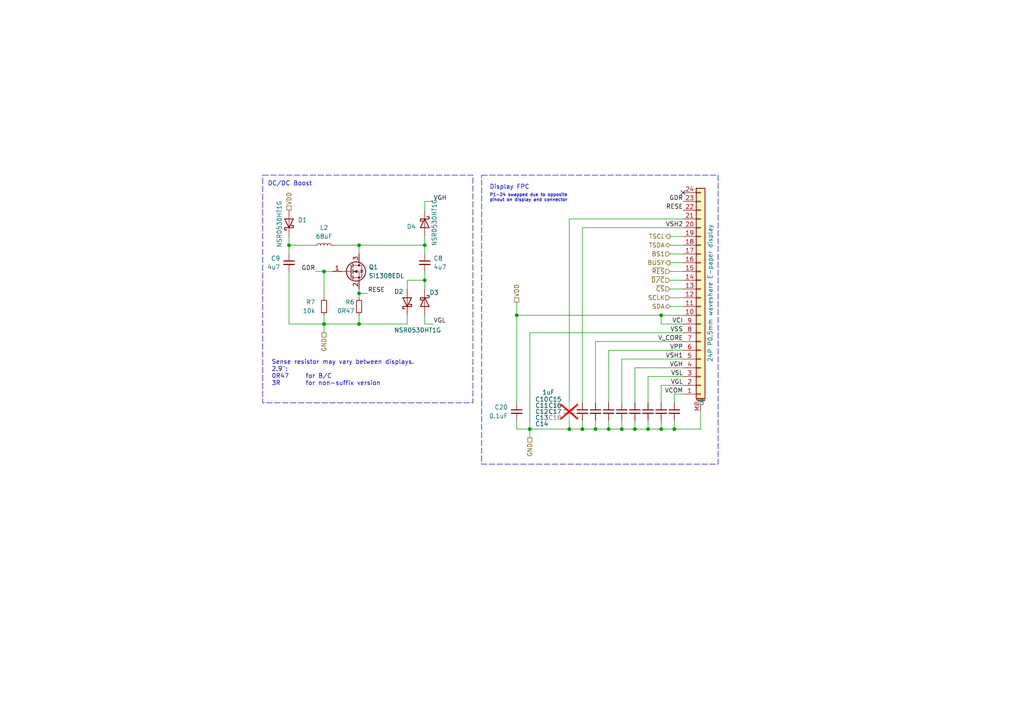
<source format=kicad_sch>
(kicad_sch (version 20231120) (generator "eeschema") (generator_version "8.0")
  (paper "A4")
  (lib_symbols
    (symbol "Connector_Generic_MountingPin:Conn_01x24_MountingPin" (pin_names (offset 1.016) hide)
      (property "Reference" "J3" (at -1.27 30.48 0))
      (property "Value" "24P P0.5mm waveshare E-paper display" (at 2.794 -21.336 90))
      (symbol "Conn_01x24_MountingPin_1_1"
        (rectangle (start -1.27 -30.353) (end 0 -30.607) (stroke (width 0.1524)))
        (rectangle (start -1.27 -27.813) (end 0 -28.067) (stroke (width 0.1524)))
        (rectangle (start -1.27 -25.273) (end 0 -25.527) (stroke (width 0.1524)))
        (rectangle (start -1.27 -22.733) (end 0 -22.987) (stroke (width 0.1524)))
        (rectangle (start -1.27 -20.193) (end 0 -20.447) (stroke (width 0.1524)))
        (rectangle (start -1.27 -17.653) (end 0 -17.907) (stroke (width 0.1524)))
        (rectangle (start -1.27 -15.113) (end 0 -15.367) (stroke (width 0.1524)))
        (rectangle (start -1.27 -12.573) (end 0 -12.827) (stroke (width 0.1524)))
        (rectangle (start -1.27 -10.033) (end 0 -10.287) (stroke (width 0.1524)))
        (rectangle (start -1.27 -7.493) (end 0 -7.747) (stroke (width 0.1524)))
        (rectangle (start -1.27 -4.953) (end 0 -5.207) (stroke (width 0.1524)))
        (rectangle (start -1.27 -2.413) (end 0 -2.667) (stroke (width 0.1524)))
        (rectangle (start -1.27 0.127) (end 0 -0.127) (stroke (width 0.1524)))
        (rectangle (start -1.27 2.667) (end 0 2.413) (stroke (width 0.1524)))
        (rectangle (start -1.27 5.207) (end 0 4.953) (stroke (width 0.1524)))
        (rectangle (start -1.27 7.747) (end 0 7.493) (stroke (width 0.1524)))
        (rectangle (start -1.27 10.287) (end 0 10.033) (stroke (width 0.1524)))
        (rectangle (start -1.27 12.827) (end 0 12.573) (stroke (width 0.1524)))
        (rectangle (start -1.27 15.367) (end 0 15.113) (stroke (width 0.1524)))
        (rectangle (start -1.27 17.907) (end 0 17.653) (stroke (width 0.1524)))
        (rectangle (start -1.27 20.447) (end 0 20.193) (stroke (width 0.1524)))
        (rectangle (start -1.27 22.987) (end 0 22.733) (stroke (width 0.1524)))
        (rectangle (start -1.27 25.527) (end 0 25.273) (stroke (width 0.1524)))
        (rectangle (start -1.27 28.067) (end 0 27.813) (stroke (width 0.1524)))
        (rectangle (start -1.27 29.21) (end 1.27 -31.75) (stroke (width 0.254)) (fill (type background)))
        (polyline (pts (xy 1.016 29.972) (xy -1.016 29.972)) (stroke (width 0.1524)))
        (text "Mounting" (at 0 29.591 0) (effects (font (size 0.381 0.381))))
        (pin passive line (at -5.08 27.94 0) (length 3.81) (name "Pin_1") (number "1"))
        (pin passive line (at -5.08 5.08 0) (length 3.81) (name "Pin_10") (number "10"))
        (pin passive line (at -5.08 2.54 0) (length 3.81) (name "Pin_11") (number "11"))
        (pin passive line (at -5.08 0 0) (length 3.81) (name "Pin_12") (number "12"))
        (pin passive line (at -5.08 -2.54 0) (length 3.81) (name "Pin_13") (number "13"))
        (pin passive line (at -5.08 -5.08 0) (length 3.81) (name "Pin_14") (number "14"))
        (pin passive line (at -5.08 -7.62 0) (length 3.81) (name "Pin_15") (number "15"))
        (pin passive line (at -5.08 -10.16 0) (length 3.81) (name "Pin_16") (number "16"))
        (pin passive line (at -5.08 -12.7 0) (length 3.81) (name "Pin_17") (number "17"))
        (pin passive line (at -5.08 -15.24 0) (length 3.81) (name "Pin_18") (number "18"))
        (pin passive line (at -5.08 -17.78 0) (length 3.81) (name "Pin_19") (number "19"))
        (pin passive line (at -5.08 25.4 0) (length 3.81) (name "Pin_2") (number "2"))
        (pin passive line (at -5.08 -20.32 0) (length 3.81) (name "Pin_20") (number "20"))
        (pin passive line (at -5.08 -22.86 0) (length 3.81) (name "Pin_21") (number "21"))
        (pin passive line (at -5.08 -25.4 0) (length 3.81) (name "Pin_22") (number "22"))
        (pin passive line (at -5.08 -27.94 0) (length 3.81) (name "Pin_23") (number "23"))
        (pin passive line (at -5.08 -30.48 0) (length 3.81) (name "Pin_24") (number "24"))
        (pin passive line (at -5.08 22.86 0) (length 3.81) (name "Pin_3") (number "3"))
        (pin passive line (at -5.08 20.32 0) (length 3.81) (name "Pin_4") (number "4"))
        (pin passive line (at -5.08 17.78 0) (length 3.81) (name "Pin_5") (number "5"))
        (pin passive line (at -5.08 15.24 0) (length 3.81) (name "Pin_6") (number "6"))
        (pin passive line (at -5.08 12.7 0) (length 3.81) (name "Pin_7") (number "7"))
        (pin passive line (at -5.08 10.16 0) (length 3.81) (name "Pin_8") (number "8"))
        (pin passive line (at -5.08 7.62 0) (length 3.81) (name "Pin_9") (number "9"))
        (pin passive line (at 0 33.02 270) (length 3.048) (name "MountPin") (number "MP"))
      )
    )
    (symbol "Device:C_Small" (pin_numbers hide) (pin_names (offset 0.254) hide)
      (property "Reference" "C" (at 0.254 1.778 0))
      (property "Value" "C_Small" (at 0.254 -2.032 0))
      (symbol "C_Small_0_1"
        (polyline (pts (xy -1.524 -0.508) (xy 1.524 -0.508)) (stroke (width 0.3302)))
        (polyline (pts (xy -1.524 0.508) (xy 1.524 0.508)) (stroke (width 0.3048)))
      )
      (symbol "C_Small_1_1"
        (pin passive line (at 0 2.54 270) (length 2.032) (name "~") (number "1"))
        (pin passive line (at 0 -2.54 90) (length 2.032) (name "~") (number "2"))
      )
    )
    (symbol "Device:L_Small" (pin_numbers hide) (pin_names (offset 0.254) hide)
      (property "Reference" "L" (at 0.762 1.016 0))
      (property "Value" "L_Small" (at 0.762 -1.016 0))
      (symbol "L_Small_0_1"
        (arc (start 0 -2.032) (mid 0.5058 -1.524) (end 0 -1.016))
        (arc (start 0 -1.016) (mid 0.5058 -0.508) (end 0 0))
        (arc (start 0 0) (mid 0.5058 0.508) (end 0 1.016))
        (arc (start 0 1.016) (mid 0.5058 1.524) (end 0 2.032))
      )
      (symbol "L_Small_1_1"
        (pin passive line (at 0 2.54 270) (length 0.508) (name "~") (number "1"))
        (pin passive line (at 0 -2.54 90) (length 0.508) (name "~") (number "2"))
      )
    )
    (symbol "Device:R_Small" (pin_numbers hide) (pin_names (offset 0.254) hide)
      (property "Reference" "R" (at 0.762 0.508 0))
      (property "Value" "R_Small" (at 0.762 -1.016 0))
      (symbol "R_Small_0_1"
        (rectangle (start -0.762 1.778) (end 0.762 -1.778) (stroke (width 0.2032)))
      )
      (symbol "R_Small_1_1"
        (pin passive line (at 0 2.54 270) (length 0.762) (name "~") (number "1"))
        (pin passive line (at 0 -2.54 90) (length 0.762) (name "~") (number "2"))
      )
    )
    (symbol "Diode:NSR0340HT1G" (pin_numbers hide) (pin_names (offset 1.016) hide)
      (property "Reference" "D" (at 0 2.54 0))
      (property "Value" "NSR0340HT1G" (at 0 -2.54 0))
      (symbol "NSR0340HT1G_0_1"
        (polyline (pts (xy 1.27 0) (xy -1.27 0)))
        (polyline (pts (xy 1.27 1.27) (xy 1.27 -1.27) (xy -1.27 0) (xy 1.27 1.27)) (stroke (width 0.254)))
        (polyline (pts (xy -1.905 0.635) (xy -1.905 1.27) (xy -1.27 1.27) (xy -1.27 -1.27) (xy -0.635 -1.27) (xy -0.635 -0.635)) (stroke (width 0.254)))
      )
      (symbol "NSR0340HT1G_1_1"
        (pin passive line (at -3.81 0 0) (length 2.54) (name "K") (number "1"))
        (pin passive line (at 3.81 0 180) (length 2.54) (name "A") (number "2"))
      )
    )
    (symbol "Transistor_FET:Si1308EDL" (pin_names hide)
      (property "Reference" "Q" (at 5.08 1.905 0))
      (property "Value" "Si1308EDL" (at 5.08 0 0))
      (symbol "Si1308EDL_0_1"
        (polyline (pts (xy 0.254 0) (xy -2.54 0)))
        (polyline (pts (xy 0.254 1.905) (xy 0.254 -1.905)) (stroke (width 0.254)))
        (polyline (pts (xy 0.762 -1.27) (xy 0.762 -2.286)) (stroke (width 0.254)))
        (polyline (pts (xy 0.762 0.508) (xy 0.762 -0.508)) (stroke (width 0.254)))
        (polyline (pts (xy 0.762 2.286) (xy 0.762 1.27)) (stroke (width 0.254)))
        (polyline (pts (xy 2.54 2.54) (xy 2.54 1.778)))
        (polyline (pts (xy 2.54 -2.54) (xy 2.54 0) (xy 0.762 0)))
        (polyline (pts (xy 0.762 -1.778) (xy 3.302 -1.778) (xy 3.302 1.778) (xy 0.762 1.778)))
        (polyline (pts (xy 1.016 0) (xy 2.032 0.381) (xy 2.032 -0.381) (xy 1.016 0)) (fill (type outline)))
        (polyline (pts (xy 2.794 0.508) (xy 2.921 0.381) (xy 3.683 0.381) (xy 3.81 0.254)))
        (polyline (pts (xy 3.302 0.381) (xy 2.921 -0.254) (xy 3.683 -0.254) (xy 3.302 0.381)))
        (circle (center 1.651 0) (radius 2.794) (stroke (width 0.254)))
        (circle (center 2.54 -1.778) (radius 0.254) (fill (type outline)))
        (circle (center 2.54 1.778) (radius 0.254) (fill (type outline)))
      )
      (symbol "Si1308EDL_1_1"
        (pin input line (at -5.08 0 0) (length 2.54) (name "G") (number "1"))
        (pin passive line (at 2.54 -5.08 90) (length 2.54) (name "S") (number "2"))
        (pin passive line (at 2.54 5.08 270) (length 2.54) (name "D") (number "3"))
      )
    )
  )
  (junction (at 104.14 85.09))
  (junction (at 184.15 124.46))
  (junction (at 153.67 124.46))
  (junction (at 191.77 124.46))
  (junction (at 191.77 91.44))
  (junction (at 83.82 71.12))
  (junction (at 172.72 124.46))
  (junction (at 180.34 124.46))
  (junction (at 93.98 93.98))
  (junction (at 123.19 81.28))
  (junction (at 149.86 91.44))
  (junction (at 104.14 71.12))
  (junction (at 165.1 124.46))
  (junction (at 93.98 78.74))
  (junction (at 176.53 124.46))
  (junction (at 195.58 124.46))
  (junction (at 104.14 93.98))
  (junction (at 123.19 71.12))
  (junction (at 168.91 124.46))
  (junction (at 187.96 124.46))
  (no_connect (at 198.12 55.88))
  (wire (pts (xy 187.96 116.84) (xy 187.96 109.22)))
  (wire (pts (xy 93.98 91.44) (xy 93.98 93.98)))
  (wire (pts (xy 172.72 124.46) (xy 176.53 124.46)))
  (wire (pts (xy 184.15 124.46) (xy 187.96 124.46)))
  (wire (pts (xy 93.98 93.98) (xy 93.98 96.52)))
  (wire (pts (xy 93.98 78.74) (xy 91.44 78.74)))
  (wire (pts (xy 123.19 78.74) (xy 123.19 81.28)))
  (wire (pts (xy 187.96 109.22) (xy 198.12 109.22)))
  (wire (pts (xy 118.11 81.28) (xy 118.11 83.82)))
  (wire (pts (xy 123.19 81.28) (xy 123.19 83.82)))
  (wire (pts (xy 191.77 111.76) (xy 198.12 111.76)))
  (wire (pts (xy 123.19 93.98) (xy 125.73 93.98)))
  (wire (pts (xy 198.12 114.3) (xy 195.58 114.3)))
  (wire (pts (xy 123.19 91.44) (xy 123.19 93.98)))
  (wire (pts (xy 153.67 96.52) (xy 153.67 124.46)))
  (wire (pts (xy 153.67 124.46) (xy 165.1 124.46)))
  (wire (pts (xy 184.15 106.68) (xy 198.12 106.68)))
  (wire (pts (xy 203.2 119.38) (xy 203.2 124.46)))
  (wire (pts (xy 168.91 116.84) (xy 168.91 66.04)))
  (wire (pts (xy 104.14 83.82) (xy 104.14 85.09)))
  (wire (pts (xy 168.91 124.46) (xy 172.72 124.46)))
  (wire (pts (xy 118.11 81.28) (xy 123.19 81.28)))
  (wire (pts (xy 194.31 73.66) (xy 198.12 73.66)))
  (wire (pts (xy 191.77 93.98) (xy 191.77 91.44)))
  (wire (pts (xy 83.82 93.98) (xy 93.98 93.98)))
  (wire (pts (xy 123.19 68.58) (xy 123.19 71.12)))
  (wire (pts (xy 194.31 71.12) (xy 198.12 71.12)))
  (wire (pts (xy 176.53 101.6) (xy 198.12 101.6)))
  (wire (pts (xy 172.72 121.92) (xy 172.72 124.46)))
  (wire (pts (xy 194.31 88.9) (xy 198.12 88.9)))
  (wire (pts (xy 123.19 58.42) (xy 123.19 60.96)))
  (wire (pts (xy 104.14 91.44) (xy 104.14 93.98)))
  (wire (pts (xy 83.82 78.74) (xy 83.82 93.98)))
  (wire (pts (xy 93.98 78.74) (xy 93.98 86.36)))
  (wire (pts (xy 104.14 85.09) (xy 104.14 86.36)))
  (wire (pts (xy 168.91 66.04) (xy 198.12 66.04)))
  (wire (pts (xy 172.72 99.06) (xy 198.12 99.06)))
  (wire (pts (xy 180.34 124.46) (xy 184.15 124.46)))
  (wire (pts (xy 93.98 93.98) (xy 104.14 93.98)))
  (wire (pts (xy 187.96 124.46) (xy 191.77 124.46)))
  (wire (pts (xy 104.14 71.12) (xy 104.14 73.66)))
  (wire (pts (xy 83.82 68.58) (xy 83.82 71.12)))
  (wire (pts (xy 104.14 85.09) (xy 106.68 85.09)))
  (wire (pts (xy 149.86 121.92) (xy 149.86 124.46)))
  (wire (pts (xy 149.86 116.84) (xy 149.86 91.44)))
  (wire (pts (xy 96.52 78.74) (xy 93.98 78.74)))
  (wire (pts (xy 180.34 121.92) (xy 180.34 124.46)))
  (wire (pts (xy 191.77 91.44) (xy 198.12 91.44)))
  (wire (pts (xy 191.77 116.84) (xy 191.77 111.76)))
  (wire (pts (xy 191.77 124.46) (xy 195.58 124.46)))
  (wire (pts (xy 96.52 71.12) (xy 104.14 71.12)))
  (wire (pts (xy 176.53 121.92) (xy 176.53 124.46)))
  (wire (pts (xy 168.91 121.92) (xy 168.91 124.46)))
  (wire (pts (xy 194.31 83.82) (xy 198.12 83.82)))
  (wire (pts (xy 194.31 78.74) (xy 198.12 78.74)))
  (wire (pts (xy 104.14 93.98) (xy 118.11 93.98)))
  (wire (pts (xy 194.31 86.36) (xy 198.12 86.36)))
  (wire (pts (xy 198.12 93.98) (xy 191.77 93.98)))
  (wire (pts (xy 191.77 121.92) (xy 191.77 124.46)))
  (wire (pts (xy 149.86 87.63) (xy 149.86 91.44)))
  (wire (pts (xy 194.31 81.28) (xy 198.12 81.28)))
  (wire (pts (xy 123.19 71.12) (xy 123.19 73.66)))
  (wire (pts (xy 195.58 114.3) (xy 195.58 116.84)))
  (wire (pts (xy 165.1 124.46) (xy 168.91 124.46)))
  (wire (pts (xy 91.44 71.12) (xy 83.82 71.12)))
  (wire (pts (xy 165.1 116.84) (xy 165.1 63.5)))
  (wire (pts (xy 104.14 71.12) (xy 123.19 71.12)))
  (wire (pts (xy 195.58 124.46) (xy 195.58 121.92)))
  (wire (pts (xy 195.58 124.46) (xy 203.2 124.46)))
  (wire (pts (xy 118.11 91.44) (xy 118.11 93.98)))
  (wire (pts (xy 83.82 71.12) (xy 83.82 73.66)))
  (wire (pts (xy 184.15 116.84) (xy 184.15 106.68)))
  (wire (pts (xy 149.86 124.46) (xy 153.67 124.46)))
  (wire (pts (xy 187.96 121.92) (xy 187.96 124.46)))
  (wire (pts (xy 198.12 96.52) (xy 153.67 96.52)))
  (wire (pts (xy 194.31 76.2) (xy 198.12 76.2)))
  (wire (pts (xy 149.86 91.44) (xy 191.77 91.44)))
  (wire (pts (xy 180.34 116.84) (xy 180.34 104.14)))
  (wire (pts (xy 172.72 116.84) (xy 172.72 99.06)))
  (wire (pts (xy 180.34 104.14) (xy 198.12 104.14)))
  (wire (pts (xy 165.1 121.92) (xy 165.1 124.46)))
  (wire (pts (xy 153.67 124.46) (xy 153.67 127)))
  (wire (pts (xy 176.53 116.84) (xy 176.53 101.6)))
  (wire (pts (xy 194.31 68.58) (xy 198.12 68.58)))
  (wire (pts (xy 176.53 124.46) (xy 180.34 124.46)))
  (wire (pts (xy 165.1 63.5) (xy 198.12 63.5)))
  (wire (pts (xy 184.15 121.92) (xy 184.15 124.46)))
  (wire (pts (xy 123.19 58.42) (xy 125.73 58.42)))
  (rectangle (start 76.2 50.8) (end 137.16 116.84) (stroke (width 0) (type dash)))
  (rectangle (start 139.7 50.8) (end 208.28 134.62) (stroke (width 0) (type dash)))
  (text "P1-24 swapped due to opposite \npinout on display and connector" (at 141.986 56.134 0) (effects (font (size 0.9 0.9)) (justify left top)))
  (text "Display FPC" (at 141.986 53.594 0) (effects (font (size 1.27 1.27)) (justify left top)))
  (text "Sense resistor may vary between displays.\n2.9\":\n0R47	for B/C\n3R		for non-suffix version" (at 78.74 104.394 0) (effects (font (size 1.27 1.27)) (justify left top)))
  (text "DC/DC Boost" (at 84.074 53.34 0) (effects (font (size 1.27 1.27))))
  (label "VGL" (at 198.12 111.76 180))
  (label "VGH" (at 198.12 106.68 180))
  (label "RESE" (at 106.68 85.09 0))
  (label "GDR" (at 198.12 58.42 180))
  (label "VCI" (at 198.12 93.98 180))
  (label "VSH1" (at 198.12 104.14 180))
  (label "VSL" (at 198.12 109.22 180))
  (label "VPP" (at 198.12 101.6 180))
  (label "VGH" (at 125.73 58.42 0))
  (label "GDR" (at 91.44 78.74 180))
  (label "VSS" (at 198.12 96.52 180))
  (label "VGL" (at 125.73 93.98 0))
  (label "V_CORE" (at 198.12 99.06 180))
  (label "VSH2" (at 198.12 66.04 180))
  (label "VCOM" (at 198.12 114.3 180))
  (label "RESE" (at 198.12 60.96 180))
  (hierarchical_label "SDA" (shape bidirectional) (at 194.31 88.9 180))
  (hierarchical_label "VDD" (shape passive) (at 149.86 87.63 90))
  (hierarchical_label "SCLK" (shape input) (at 194.31 86.36 180))
  (hierarchical_label "~{D{slash}C}" (shape input) (at 194.31 81.28 180))
  (hierarchical_label "GND" (shape passive) (at 93.98 96.52 270))
  (hierarchical_label "BUSY" (shape output) (at 194.31 76.2 180))
  (hierarchical_label "GND" (shape passive) (at 153.67 127 270))
  (hierarchical_label "TSDA" (shape bidirectional) (at 194.31 71.12 180))
  (hierarchical_label "TSCL" (shape output) (at 194.31 68.58 180))
  (hierarchical_label "~{RES}" (shape input) (at 194.31 78.74 180))
  (hierarchical_label "~{CS}" (shape input) (at 194.31 83.82 180))
  (hierarchical_label "VDD" (shape passive) (at 83.82 60.96 90))
  (hierarchical_label "BS1" (shape input) (at 194.31 73.66 180))
  (symbol (lib_id "Device:R_Small") (at 104.14 88.9 0) (mirror y) (unit 1)
    (property "Reference" "R6" (at 102.87 87.63 0) (effects (justify left)))
    (property "Value" "0R47" (at 102.87 90.17 0) (effects (justify left)))
    (property "Footprint" "Resistor_SMD:R_0603_1608Metric" (effects (hide yes)))
    (property "Description" "Resistor, small symbol" (effects (hide yes)))
  )
  (symbol (lib_id "Diode:NSR0340HT1G") (at 123.19 64.77 270) (unit 1)
    (property "Reference" "D4" (at 120.65 65.7226 90) (effects (justify right)))
    (property "Value" "NSR0530HT1G" (at 125.984 71.374 0) (effects (justify right)))
    (property "Footprint" "Diode_SMD:D_SOD-323" (effects (hide yes)))
    (property "Datasheet" "https://www.mouser.dk/datasheet/2/308/NSR0530H_D-1813426.pdf" (effects (hide yes)))
    (property "Description" "40V 0.25A Schottky Diode, SOD-323" (effects (hide yes)))
  )
  (symbol (lib_id "Device:C_Small") (at 187.96 119.38 0) (unit 1)
    (property "Reference" "C12" (at 155.194 119.38 0) (effects (justify left)))
    (property "Value" "1uF" (effects (hide yes)))
    (property "Footprint" "Capacitor_SMD:C_0603_1608Metric" (effects (hide yes)))
    (property "Description" "Unpolarized capacitor, small symbol" (effects (hide yes)))
    (property "LCSC" "C15849" (effects (hide yes)))
  )
  (symbol (lib_id "Device:C_Small") (at 149.86 119.38 0) (mirror y) (unit 1)
    (property "Reference" "C20" (at 147.32 118.1162 0) (effects (justify left)))
    (property "Value" "0.1uF" (at 147.32 120.6562 0) (effects (justify left)))
    (property "Footprint" "Capacitor_SMD:C_0402_1005Metric" (effects (hide yes)))
    (property "Description" "Unpolarized capacitor, small symbol" (effects (hide yes)))
    (property "LCSC" "C1525" (effects (hide yes)))
  )
  (symbol (lib_id "Device:C_Small") (at 168.91 119.38 0) (unit 1)
    (property "Reference" "C17" (at 159.004 119.38 0) (effects (justify left)))
    (property "Value" "1uF" (effects (hide yes)))
    (property "Footprint" "Capacitor_SMD:C_0603_1608Metric" (effects (hide yes)))
    (property "Description" "Unpolarized capacitor, small symbol" (effects (hide yes)))
    (property "LCSC" "C15849" (effects (hide yes)))
  )
  (symbol (lib_id "Device:L_Small") (at 93.98 71.12 90) (unit 1)
    (property "Reference" "L2" (at 93.98 66.04 90))
    (property "Value" "68uF" (at 93.98 68.58 90))
    (property "Footprint" "Inductor_SMD:L_1210_3225Metric" (effects (hide yes)))
    (property "Description" "Inductor, small symbol" (effects (hide yes)))
  )
  (symbol (lib_id "Device:C_Small") (at 180.34 119.38 0) (unit 1)
    (property "Reference" "C14" (at 155.194 122.936 0) (effects (justify left)))
    (property "Value" "1uF" (effects (hide yes)))
    (property "Footprint" "Capacitor_SMD:C_0603_1608Metric" (effects (hide yes)))
    (property "Description" "Unpolarized capacitor, small symbol" (effects (hide yes)))
    (property "LCSC" "C15849" (effects (hide yes)))
  )
  (symbol (lib_id "Device:C_Small") (at 172.72 119.38 0) (unit 1)
    (property "Reference" "C16" (at 159.004 117.602 0) (effects (justify left)))
    (property "Value" "1uF" (effects (hide yes)))
    (property "Footprint" "Capacitor_SMD:C_0603_1608Metric" (effects (hide yes)))
    (property "Description" "Unpolarized capacitor, small symbol" (effects (hide yes)))
    (property "LCSC" "C15849" (effects (hide yes)))
  )
  (symbol (lib_id "Device:C_Small") (at 165.1 119.38 0) (unit 1) (dnp yes)
    (property "Reference" "C18" (at 159.004 121.158 0) (effects (justify left)))
    (property "Value" "1uF" (effects (hide yes)))
    (property "Footprint" "Capacitor_SMD:C_0603_1608Metric" (effects (hide yes)))
    (property "Description" "Unpolarized capacitor, small symbol" (effects (hide yes)))
    (property "LCSC" "C15849" (effects (hide yes)))
  )
  (symbol (lib_id "Diode:NSR0340HT1G") (at 118.11 87.63 90) (unit 1)
    (property "Reference" "D2" (at 114.3 84.582 90) (effects (justify right)))
    (property "Value" "NSR0530HT1G" (at 114.3 95.758 90) (effects (justify right)))
    (property "Footprint" "Diode_SMD:D_SOD-323" (effects (hide yes)))
    (property "Datasheet" "https://www.mouser.dk/datasheet/2/308/NSR0530H_D-1813426.pdf" (effects (hide yes)))
    (property "Description" "40V 0.25A Schottky Diode, SOD-323" (effects (hide yes)))
  )
  (symbol (lib_id "Device:C_Small") (at 123.19 76.2 0) (unit 1)
    (property "Reference" "C8" (at 125.73 74.9362 0) (effects (justify left)))
    (property "Value" "4u7" (at 125.73 77.4762 0) (effects (justify left)))
    (property "Footprint" "Capacitor_SMD:C_0805_2012Metric" (effects (hide yes)))
    (property "Description" "Unpolarized capacitor, small symbol" (effects (hide yes)))
    (property "LCSC" "C15849" (effects (hide yes)))
  )
  (symbol (lib_id "Device:R_Small") (at 93.98 88.9 0) (mirror y) (unit 1)
    (property "Reference" "R7" (at 91.44 87.6299 0) (effects (justify left)))
    (property "Value" "10k" (at 91.44 90.1699 0) (effects (justify left)))
    (property "Footprint" "Resistor_SMD:R_0603_1608Metric" (effects (hide yes)))
    (property "Description" "Resistor, small symbol" (effects (hide yes)))
    (property "LCSC" "C25804" (effects (hide yes)))
  )
  (symbol (lib_id "Device:C_Small") (at 184.15 119.38 0) (unit 1)
    (property "Reference" "C13" (at 155.194 121.158 0) (effects (justify left)))
    (property "Value" "1uF" (effects (hide yes)))
    (property "Footprint" "Capacitor_SMD:C_0603_1608Metric" (effects (hide yes)))
    (property "Description" "Unpolarized capacitor, small symbol" (effects (hide yes)))
    (property "LCSC" "C15849" (effects (hide yes)))
  )
  (symbol (lib_id "Device:C_Small") (at 191.77 119.38 0) (unit 1)
    (property "Reference" "C11" (at 155.194 117.602 0) (effects (justify left)))
    (property "Value" "1uF" (effects (hide yes)))
    (property "Footprint" "Capacitor_SMD:C_0603_1608Metric" (effects (hide yes)))
    (property "Description" "Unpolarized capacitor, small symbol" (effects (hide yes)))
    (property "LCSC" "C15849" (effects (hide yes)))
  )
  (symbol (lib_id "Device:C_Small") (at 83.82 76.2 0) (mirror y) (unit 1)
    (property "Reference" "C9" (at 81.28 74.9362 0) (effects (justify left)))
    (property "Value" "4u7" (at 81.28 77.4762 0) (effects (justify left)))
    (property "Footprint" "Capacitor_SMD:C_0805_2012Metric" (effects (hide yes)))
    (property "Description" "Unpolarized capacitor, small symbol" (effects (hide yes)))
    (property "LCSC" "C15849" (effects (hide yes)))
  )
  (symbol (lib_id "Connector_Generic_MountingPin:Conn_01x24_MountingPin") (at 203.2 86.36 0) (mirror x) (unit 1)
    (property "Reference" "J3" (at 201.93 116.84 0) (effects (justify left)))
    (property "Value" "24P P0.5mm waveshare E-paper display" (at 205.994 65.024 90) (effects (justify left)))
    (property "Footprint" "FCI fpc:AMPHENOL_SFV24R-4STE1HLF" (effects (hide yes)))
    (property "Description" "Generic connectable mounting pin connector, single row, 01x24, script generated (kicad-library-utils/schlib/autogen/connector/)" (effects (hide yes)))
  )
  (symbol (lib_id "Diode:NSR0340HT1G") (at 83.82 64.77 90) (unit 1)
    (property "Reference" "D1" (at 86.36 63.8174 90) (effects (justify right)))
    (property "Value" "NSR0530HT1G" (at 81.026 58.166 0) (effects (justify right)))
    (property "Footprint" "Diode_SMD:D_SOD-323" (effects (hide yes)))
    (property "Datasheet" "https://www.mouser.dk/datasheet/2/308/NSR0530H_D-1813426.pdf" (effects (hide yes)))
    (property "Description" "40V 0.25A Schottky Diode, SOD-323" (effects (hide yes)))
  )
  (symbol (lib_id "Transistor_FET:Si1308EDL") (at 101.6 78.74 0) (unit 1)
    (property "Reference" "Q1" (at 106.934 77.47 0) (effects (justify left)))
    (property "Value" "Si1308EDL" (at 106.934 80.01 0) (effects (justify left)))
    (property "Footprint" "Package_TO_SOT_SMD:SOT-323_SC-70" (effects (hide yes)))
    (property "Datasheet" "https://www.vishay.com/docs/63399/si1308edl.pdf" (effects (hide yes)))
    (property "Description" "30V Vds, 1.4A Id, N-Channel MOSFET, SC-70" (effects (hide yes)))
  )
  (symbol (lib_id "Diode:NSR0340HT1G") (at 123.19 87.63 270) (unit 1)
    (property "Reference" "D3" (at 127.254 84.836 90) (effects (justify right)))
    (property "Value" "NSR0530HT1G" (effects (hide yes)))
    (property "Footprint" "Diode_SMD:D_SOD-323" (effects (hide yes)))
    (property "Datasheet" "https://www.mouser.dk/datasheet/2/308/NSR0530H_D-1813426.pdf" (effects (hide yes)))
    (property "Description" "40V 0.25A Schottky Diode, SOD-323" (effects (hide yes)))
  )
  (symbol (lib_id "Device:C_Small") (at 176.53 119.38 0) (unit 1)
    (property "Reference" "C15" (at 159.004 115.824 0) (effects (justify left)))
    (property "Value" "1uF" (effects (hide yes)))
    (property "Footprint" "Capacitor_SMD:C_0603_1608Metric" (effects (hide yes)))
    (property "Description" "Unpolarized capacitor, small symbol" (effects (hide yes)))
    (property "LCSC" "C15849" (effects (hide yes)))
  )
  (symbol (lib_id "Device:C_Small") (at 195.58 119.38 0) (unit 1)
    (property "Reference" "C10" (at 155.194 115.824 0) (effects (justify left)))
    (property "Value" "1uF" (at 157.226 113.792 0) (effects (justify left)))
    (property "Footprint" "Capacitor_SMD:C_0603_1608Metric" (effects (hide yes)))
    (property "Description" "Unpolarized capacitor, small symbol" (effects (hide yes)))
    (property "LCSC" "C15849" (effects (hide yes)))
  )
)
</source>
